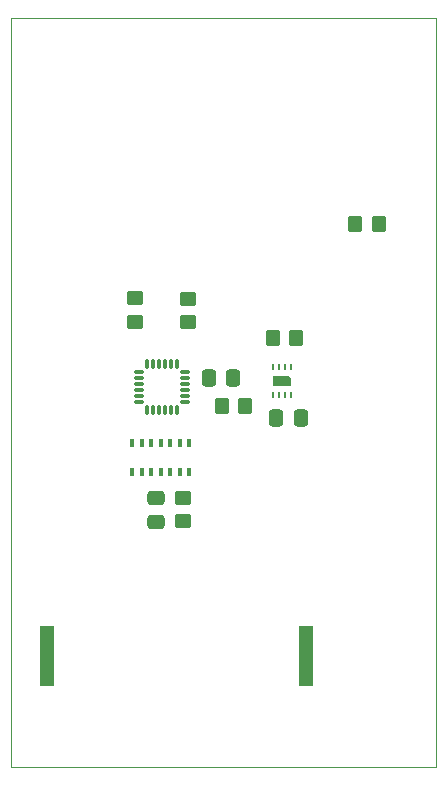
<source format=gtp>
%TF.GenerationSoftware,KiCad,Pcbnew,8.0.8*%
%TF.CreationDate,2025-05-01T15:14:52+05:30*%
%TF.ProjectId,smart_ringfinal,736d6172-745f-4726-996e-6766696e616c,rev?*%
%TF.SameCoordinates,Original*%
%TF.FileFunction,Paste,Top*%
%TF.FilePolarity,Positive*%
%FSLAX46Y46*%
G04 Gerber Fmt 4.6, Leading zero omitted, Abs format (unit mm)*
G04 Created by KiCad (PCBNEW 8.0.8) date 2025-05-01 15:14:52*
%MOMM*%
%LPD*%
G01*
G04 APERTURE LIST*
G04 Aperture macros list*
%AMRoundRect*
0 Rectangle with rounded corners*
0 $1 Rounding radius*
0 $2 $3 $4 $5 $6 $7 $8 $9 X,Y pos of 4 corners*
0 Add a 4 corners polygon primitive as box body*
4,1,4,$2,$3,$4,$5,$6,$7,$8,$9,$2,$3,0*
0 Add four circle primitives for the rounded corners*
1,1,$1+$1,$2,$3*
1,1,$1+$1,$4,$5*
1,1,$1+$1,$6,$7*
1,1,$1+$1,$8,$9*
0 Add four rect primitives between the rounded corners*
20,1,$1+$1,$2,$3,$4,$5,0*
20,1,$1+$1,$4,$5,$6,$7,0*
20,1,$1+$1,$6,$7,$8,$9,0*
20,1,$1+$1,$8,$9,$2,$3,0*%
%AMFreePoly0*
4,1,6,0.450000,-0.800000,-0.450000,-0.800000,-0.450000,0.530000,-0.180000,0.800000,0.450000,0.800000,0.450000,-0.800000,0.450000,-0.800000,$1*%
G04 Aperture macros list end*
%ADD10RoundRect,0.075000X-0.350000X-0.075000X0.350000X-0.075000X0.350000X0.075000X-0.350000X0.075000X0*%
%ADD11RoundRect,0.075000X0.075000X-0.350000X0.075000X0.350000X-0.075000X0.350000X-0.075000X-0.350000X0*%
%ADD12RoundRect,0.250000X-0.475000X0.337500X-0.475000X-0.337500X0.475000X-0.337500X0.475000X0.337500X0*%
%ADD13RoundRect,0.250000X0.450000X-0.350000X0.450000X0.350000X-0.450000X0.350000X-0.450000X-0.350000X0*%
%ADD14RoundRect,0.250000X-0.350000X-0.450000X0.350000X-0.450000X0.350000X0.450000X-0.350000X0.450000X0*%
%ADD15RoundRect,0.250000X0.337500X0.475000X-0.337500X0.475000X-0.337500X-0.475000X0.337500X-0.475000X0*%
%ADD16R,1.270000X5.080000*%
%ADD17RoundRect,0.250000X-0.450000X0.350000X-0.450000X-0.350000X0.450000X-0.350000X0.450000X0.350000X0*%
%ADD18RoundRect,0.087500X-0.087500X0.287500X-0.087500X-0.287500X0.087500X-0.287500X0.087500X0.287500X0*%
%ADD19FreePoly0,270.000000*%
%ADD20R,0.250000X0.550000*%
%TA.AperFunction,Profile*%
%ADD21C,0.050000*%
%TD*%
G04 APERTURE END LIST*
D10*
%TO.C,U3*%
X116875000Y-146975000D03*
X116875000Y-147475000D03*
X116875000Y-147975000D03*
X116875000Y-148475000D03*
X116875000Y-148975000D03*
X116875000Y-149475000D03*
D11*
X117575000Y-150175000D03*
X118075000Y-150175000D03*
X118575000Y-150175000D03*
X119075000Y-150175000D03*
X119575000Y-150175000D03*
X120075000Y-150175000D03*
D10*
X120775000Y-149475000D03*
X120775000Y-148975000D03*
X120775000Y-148475000D03*
X120775000Y-147975000D03*
X120775000Y-147475000D03*
X120775000Y-146975000D03*
D11*
X120075000Y-146275000D03*
X119575000Y-146275000D03*
X119075000Y-146275000D03*
X118575000Y-146275000D03*
X118075000Y-146275000D03*
X117575000Y-146275000D03*
%TD*%
D12*
%TO.C,C2*%
X118350000Y-157625000D03*
X118350000Y-159700000D03*
%TD*%
D13*
%TO.C,R2*%
X121075000Y-142750000D03*
X121075000Y-140750000D03*
%TD*%
D14*
%TO.C,R3*%
X123875000Y-149825000D03*
X125875000Y-149825000D03*
%TD*%
D15*
%TO.C,C3*%
X130600000Y-150825000D03*
X128525000Y-150825000D03*
%TD*%
%TO.C,C1*%
X124875000Y-147500000D03*
X122800000Y-147500000D03*
%TD*%
D16*
%TO.C,BT1*%
X109095000Y-170980000D03*
X131065000Y-170980000D03*
%TD*%
D14*
%TO.C,R4*%
X135175000Y-134450000D03*
X137175000Y-134450000D03*
%TD*%
D17*
%TO.C,R1*%
X116575000Y-140725000D03*
X116575000Y-142725000D03*
%TD*%
D18*
%TO.C,U2*%
X121125000Y-153000000D03*
X120325000Y-153000000D03*
X119525000Y-153000000D03*
X118725000Y-153000000D03*
X117925000Y-153000000D03*
X117125000Y-153000000D03*
X116325000Y-153000000D03*
X116325000Y-155400000D03*
X117125000Y-155400000D03*
X117925000Y-155400000D03*
X118725000Y-155400000D03*
X119525000Y-155400000D03*
X120325000Y-155400000D03*
X121125000Y-155400000D03*
%TD*%
D17*
%TO.C,R5*%
X120650000Y-157600000D03*
X120650000Y-159600000D03*
%TD*%
D14*
%TO.C,R6*%
X128200000Y-144075000D03*
X130200000Y-144075000D03*
%TD*%
D19*
%TO.C,U4*%
X128975000Y-147700000D03*
D20*
X129725000Y-146525000D03*
X129225000Y-146525000D03*
X128725000Y-146525000D03*
X128225000Y-146525000D03*
X128225000Y-148875000D03*
X128725000Y-148875000D03*
X129225000Y-148875000D03*
X129725000Y-148875000D03*
%TD*%
D21*
X106045000Y-117030000D02*
X142065000Y-117030000D01*
X142065000Y-180405000D01*
X106045000Y-180405000D01*
X106045000Y-117030000D01*
M02*

</source>
